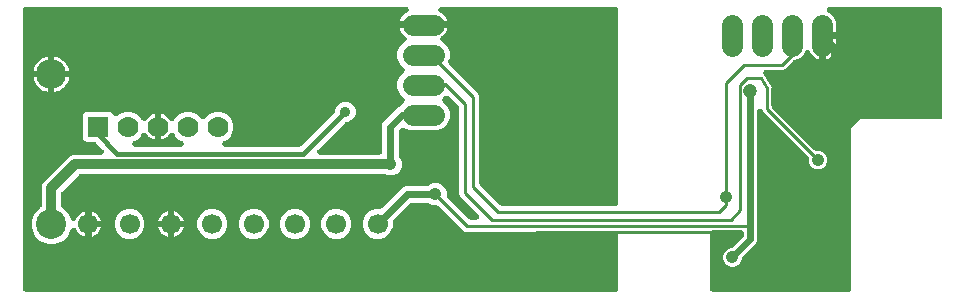
<source format=gbr>
G04 EAGLE Gerber RS-274X export*
G75*
%MOMM*%
%FSLAX34Y34*%
%LPD*%
%INBottom Copper*%
%IPPOS*%
%AMOC8*
5,1,8,0,0,1.08239X$1,22.5*%
G01*
%ADD10R,1.778000X1.778000*%
%ADD11C,1.778000*%
%ADD12C,1.800000*%
%ADD13C,2.540000*%
%ADD14C,1.700000*%
%ADD15C,1.056400*%
%ADD16C,0.609600*%
%ADD17C,0.956400*%
%ADD18C,0.254000*%
%ADD19C,0.812800*%
%ADD20C,1.206400*%
%ADD21C,0.304800*%
%ADD22C,0.906400*%
%ADD23C,0.406400*%

G36*
X508035Y6354D02*
X508035Y6354D01*
X508069Y6352D01*
X508258Y6374D01*
X508449Y6391D01*
X508482Y6400D01*
X508516Y6404D01*
X508699Y6459D01*
X508883Y6509D01*
X508914Y6524D01*
X508947Y6534D01*
X509118Y6621D01*
X509290Y6703D01*
X509318Y6723D01*
X509349Y6738D01*
X509501Y6854D01*
X509656Y6965D01*
X509680Y6990D01*
X509707Y7010D01*
X509836Y7150D01*
X509970Y7287D01*
X509989Y7316D01*
X510013Y7342D01*
X510115Y7503D01*
X510222Y7660D01*
X510236Y7692D01*
X510254Y7721D01*
X510327Y7898D01*
X510404Y8072D01*
X510412Y8106D01*
X510425Y8138D01*
X510465Y8325D01*
X510511Y8510D01*
X510513Y8544D01*
X510520Y8578D01*
X510539Y8890D01*
X510539Y54356D01*
X510536Y54391D01*
X510538Y54425D01*
X510516Y54614D01*
X510499Y54805D01*
X510490Y54838D01*
X510486Y54872D01*
X510431Y55055D01*
X510381Y55239D01*
X510366Y55270D01*
X510356Y55303D01*
X510269Y55474D01*
X510187Y55646D01*
X510167Y55674D01*
X510152Y55705D01*
X510036Y55857D01*
X509925Y56012D01*
X509900Y56036D01*
X509880Y56063D01*
X509740Y56192D01*
X509603Y56326D01*
X509574Y56345D01*
X509548Y56369D01*
X509387Y56471D01*
X509230Y56578D01*
X509198Y56592D01*
X509169Y56610D01*
X508992Y56683D01*
X508818Y56760D01*
X508784Y56768D01*
X508752Y56781D01*
X508565Y56821D01*
X508380Y56867D01*
X508346Y56869D01*
X508312Y56876D01*
X508000Y56895D01*
X381209Y56895D01*
X379248Y57707D01*
X358146Y78810D01*
X358020Y78915D01*
X357899Y79027D01*
X357847Y79059D01*
X357801Y79098D01*
X357658Y79180D01*
X357519Y79268D01*
X357463Y79292D01*
X357410Y79322D01*
X357255Y79377D01*
X357103Y79439D01*
X357043Y79452D01*
X356985Y79473D01*
X356823Y79499D01*
X356662Y79534D01*
X356585Y79539D01*
X356541Y79546D01*
X356480Y79545D01*
X356350Y79553D01*
X353741Y79553D01*
X350306Y80976D01*
X350238Y81043D01*
X350112Y81149D01*
X349991Y81261D01*
X349940Y81293D01*
X349893Y81332D01*
X349750Y81414D01*
X349611Y81502D01*
X349555Y81526D01*
X349502Y81556D01*
X349347Y81611D01*
X349195Y81673D01*
X349135Y81686D01*
X349078Y81707D01*
X348916Y81733D01*
X348755Y81768D01*
X348677Y81773D01*
X348633Y81780D01*
X348573Y81779D01*
X348443Y81787D01*
X335778Y81787D01*
X335614Y81773D01*
X335450Y81766D01*
X335390Y81753D01*
X335329Y81747D01*
X335171Y81704D01*
X335010Y81668D01*
X334954Y81645D01*
X334895Y81629D01*
X334747Y81558D01*
X334595Y81495D01*
X334543Y81462D01*
X334488Y81435D01*
X334355Y81340D01*
X334217Y81250D01*
X334159Y81199D01*
X334122Y81173D01*
X334080Y81130D01*
X333982Y81044D01*
X319958Y67020D01*
X319853Y66893D01*
X319741Y66772D01*
X319709Y66721D01*
X319670Y66674D01*
X319588Y66531D01*
X319500Y66393D01*
X319476Y66336D01*
X319446Y66283D01*
X319391Y66128D01*
X319329Y65976D01*
X319316Y65916D01*
X319295Y65859D01*
X319269Y65697D01*
X319234Y65536D01*
X319229Y65459D01*
X319222Y65415D01*
X319223Y65354D01*
X319215Y65224D01*
X319215Y61271D01*
X317302Y56653D01*
X313767Y53118D01*
X309149Y51205D01*
X304151Y51205D01*
X299533Y53118D01*
X295998Y56653D01*
X294085Y61271D01*
X294085Y66269D01*
X295998Y70887D01*
X299533Y74422D01*
X304151Y76335D01*
X308104Y76335D01*
X308268Y76349D01*
X308432Y76356D01*
X308492Y76369D01*
X308553Y76375D01*
X308711Y76418D01*
X308872Y76454D01*
X308928Y76477D01*
X308987Y76493D01*
X309135Y76564D01*
X309287Y76627D01*
X309339Y76660D01*
X309394Y76687D01*
X309527Y76782D01*
X309665Y76872D01*
X309723Y76923D01*
X309760Y76949D01*
X309802Y76992D01*
X309900Y77078D01*
X327751Y94930D01*
X330365Y96013D01*
X348443Y96013D01*
X348607Y96027D01*
X348771Y96034D01*
X348830Y96047D01*
X348891Y96053D01*
X349050Y96096D01*
X349210Y96132D01*
X349267Y96155D01*
X349326Y96171D01*
X349474Y96242D01*
X349626Y96305D01*
X349677Y96338D01*
X349732Y96365D01*
X349866Y96460D01*
X350004Y96550D01*
X350062Y96601D01*
X350098Y96627D01*
X350141Y96670D01*
X350238Y96757D01*
X350306Y96824D01*
X353741Y98247D01*
X357459Y98247D01*
X360894Y96824D01*
X363524Y94194D01*
X364947Y90759D01*
X364947Y88150D01*
X364961Y87986D01*
X364968Y87821D01*
X364981Y87762D01*
X364987Y87701D01*
X365030Y87542D01*
X365066Y87382D01*
X365089Y87325D01*
X365105Y87267D01*
X365176Y87119D01*
X365239Y86966D01*
X365272Y86915D01*
X365299Y86860D01*
X365394Y86727D01*
X365484Y86588D01*
X365535Y86530D01*
X365561Y86494D01*
X365604Y86451D01*
X365690Y86354D01*
X383736Y68308D01*
X383862Y68203D01*
X383983Y68091D01*
X384035Y68059D01*
X384081Y68020D01*
X384224Y67938D01*
X384363Y67850D01*
X384419Y67826D01*
X384472Y67796D01*
X384627Y67741D01*
X384779Y67679D01*
X384839Y67666D01*
X384897Y67645D01*
X385059Y67619D01*
X385220Y67584D01*
X385297Y67579D01*
X385341Y67572D01*
X385402Y67573D01*
X385532Y67565D01*
X390185Y67565D01*
X390314Y67576D01*
X390444Y67578D01*
X390538Y67596D01*
X390633Y67605D01*
X390758Y67639D01*
X390886Y67664D01*
X390975Y67698D01*
X391067Y67723D01*
X391185Y67779D01*
X391306Y67826D01*
X391388Y67876D01*
X391474Y67917D01*
X391580Y67992D01*
X391691Y68060D01*
X391762Y68123D01*
X391840Y68179D01*
X391931Y68272D01*
X392028Y68358D01*
X392087Y68433D01*
X392154Y68501D01*
X392227Y68609D01*
X392308Y68711D01*
X392353Y68795D01*
X392406Y68874D01*
X392459Y68993D01*
X392520Y69108D01*
X392550Y69199D01*
X392589Y69286D01*
X392619Y69413D01*
X392659Y69536D01*
X392673Y69631D01*
X392695Y69724D01*
X392703Y69853D01*
X392721Y69982D01*
X392717Y70078D01*
X392723Y70173D01*
X392708Y70302D01*
X392703Y70432D01*
X392682Y70525D01*
X392671Y70620D01*
X392633Y70745D01*
X392605Y70872D01*
X392568Y70960D01*
X392540Y71051D01*
X392482Y71167D01*
X392431Y71287D01*
X392379Y71368D01*
X392336Y71453D01*
X392258Y71556D01*
X392187Y71665D01*
X392101Y71763D01*
X392064Y71811D01*
X392031Y71842D01*
X391980Y71900D01*
X378335Y85544D01*
X376477Y87402D01*
X375665Y89363D01*
X375665Y161838D01*
X375651Y162002D01*
X375644Y162167D01*
X375631Y162226D01*
X375625Y162287D01*
X375582Y162445D01*
X375546Y162606D01*
X375523Y162663D01*
X375507Y162721D01*
X375436Y162869D01*
X375373Y163022D01*
X375340Y163073D01*
X375313Y163128D01*
X375218Y163261D01*
X375128Y163400D01*
X375077Y163458D01*
X375051Y163494D01*
X375008Y163537D01*
X374922Y163634D01*
X366726Y171829D01*
X366700Y171851D01*
X366677Y171877D01*
X366527Y171996D01*
X366381Y172118D01*
X366351Y172135D01*
X366324Y172157D01*
X366156Y172247D01*
X365990Y172341D01*
X365957Y172353D01*
X365927Y172369D01*
X365746Y172428D01*
X365566Y172492D01*
X365532Y172498D01*
X365499Y172509D01*
X365310Y172535D01*
X365122Y172566D01*
X365087Y172565D01*
X365053Y172570D01*
X364862Y172562D01*
X364671Y172560D01*
X364637Y172553D01*
X364603Y172552D01*
X364417Y172510D01*
X364229Y172474D01*
X364197Y172461D01*
X364163Y172454D01*
X363987Y172380D01*
X363809Y172312D01*
X363780Y172294D01*
X363748Y172280D01*
X363588Y172177D01*
X363425Y172078D01*
X363399Y172055D01*
X363370Y172036D01*
X363135Y171829D01*
X362012Y170705D01*
X361990Y170679D01*
X361964Y170656D01*
X361845Y170506D01*
X361723Y170360D01*
X361706Y170330D01*
X361684Y170303D01*
X361594Y170135D01*
X361500Y169969D01*
X361488Y169937D01*
X361472Y169906D01*
X361413Y169725D01*
X361349Y169545D01*
X361343Y169511D01*
X361332Y169478D01*
X361306Y169289D01*
X361275Y169101D01*
X361276Y169066D01*
X361271Y169032D01*
X361279Y168841D01*
X361281Y168650D01*
X361288Y168617D01*
X361289Y168582D01*
X361331Y168396D01*
X361367Y168208D01*
X361379Y168176D01*
X361387Y168142D01*
X361460Y167967D01*
X361529Y167788D01*
X361547Y167759D01*
X361561Y167727D01*
X361664Y167567D01*
X361763Y167404D01*
X361786Y167378D01*
X361805Y167349D01*
X361972Y167160D01*
X361975Y167155D01*
X361978Y167152D01*
X362012Y167114D01*
X365516Y163611D01*
X367505Y158809D01*
X367505Y153611D01*
X365516Y148809D01*
X361841Y145134D01*
X357039Y143145D01*
X333841Y143145D01*
X328913Y145187D01*
X328711Y145250D01*
X328509Y145316D01*
X328495Y145318D01*
X328483Y145322D01*
X328273Y145348D01*
X328063Y145377D01*
X328049Y145377D01*
X328036Y145378D01*
X327824Y145367D01*
X327613Y145359D01*
X327600Y145356D01*
X327587Y145355D01*
X327380Y145307D01*
X327173Y145261D01*
X327161Y145256D01*
X327148Y145253D01*
X326954Y145169D01*
X326758Y145088D01*
X326747Y145080D01*
X326734Y145075D01*
X326557Y144958D01*
X326379Y144843D01*
X326368Y144833D01*
X326359Y144827D01*
X326330Y144800D01*
X326145Y144636D01*
X325356Y143848D01*
X325251Y143721D01*
X325139Y143600D01*
X325107Y143549D01*
X325068Y143502D01*
X324986Y143359D01*
X324898Y143221D01*
X324874Y143164D01*
X324844Y143111D01*
X324789Y142956D01*
X324727Y142804D01*
X324714Y142744D01*
X324693Y142687D01*
X324667Y142525D01*
X324632Y142364D01*
X324627Y142287D01*
X324620Y142243D01*
X324621Y142182D01*
X324613Y142052D01*
X324613Y121457D01*
X324627Y121294D01*
X324634Y121129D01*
X324647Y121070D01*
X324653Y121009D01*
X324696Y120850D01*
X324732Y120690D01*
X324755Y120633D01*
X324771Y120574D01*
X324842Y120426D01*
X324905Y120274D01*
X324938Y120223D01*
X324965Y120168D01*
X325060Y120034D01*
X325150Y119896D01*
X325201Y119838D01*
X325227Y119802D01*
X325270Y119759D01*
X325356Y119662D01*
X325424Y119594D01*
X326847Y116159D01*
X326847Y112441D01*
X325424Y109006D01*
X322794Y106376D01*
X319359Y104953D01*
X315641Y104953D01*
X313167Y105978D01*
X313055Y106013D01*
X312947Y106057D01*
X312841Y106080D01*
X312737Y106113D01*
X312621Y106127D01*
X312507Y106152D01*
X312353Y106162D01*
X312291Y106169D01*
X312254Y106168D01*
X312195Y106171D01*
X55219Y106171D01*
X55055Y106157D01*
X54891Y106150D01*
X54831Y106137D01*
X54770Y106131D01*
X54611Y106088D01*
X54451Y106052D01*
X54395Y106029D01*
X54336Y106013D01*
X54188Y105942D01*
X54036Y105879D01*
X53984Y105846D01*
X53929Y105819D01*
X53796Y105724D01*
X53657Y105634D01*
X53600Y105583D01*
X53563Y105557D01*
X53521Y105514D01*
X53423Y105428D01*
X39322Y91327D01*
X39217Y91200D01*
X39105Y91080D01*
X39073Y91028D01*
X39034Y90981D01*
X38952Y90839D01*
X38864Y90700D01*
X38840Y90643D01*
X38810Y90590D01*
X38755Y90436D01*
X38693Y90283D01*
X38680Y90224D01*
X38659Y90166D01*
X38633Y90004D01*
X38598Y89843D01*
X38593Y89766D01*
X38586Y89722D01*
X38587Y89661D01*
X38579Y89531D01*
X38579Y79976D01*
X38581Y79947D01*
X38580Y79920D01*
X38597Y79773D01*
X38598Y79764D01*
X38614Y79553D01*
X38617Y79541D01*
X38619Y79527D01*
X38630Y79484D01*
X38632Y79473D01*
X38650Y79413D01*
X38675Y79322D01*
X38728Y79118D01*
X38734Y79105D01*
X38737Y79093D01*
X38827Y78903D01*
X38917Y78709D01*
X38925Y78698D01*
X38931Y78686D01*
X39054Y78514D01*
X39176Y78340D01*
X39185Y78331D01*
X39193Y78320D01*
X39345Y78171D01*
X39495Y78023D01*
X39506Y78015D01*
X39515Y78006D01*
X39691Y77887D01*
X39865Y77767D01*
X39880Y77760D01*
X39888Y77754D01*
X39918Y77741D01*
X44662Y72996D01*
X46724Y68020D01*
X46738Y67993D01*
X46747Y67965D01*
X46842Y67794D01*
X46932Y67621D01*
X46951Y67597D01*
X46965Y67571D01*
X47089Y67419D01*
X47208Y67265D01*
X47230Y67245D01*
X47250Y67221D01*
X47398Y67094D01*
X47542Y66964D01*
X47568Y66948D01*
X47591Y66928D01*
X47759Y66829D01*
X47924Y66726D01*
X47953Y66715D01*
X47979Y66699D01*
X48161Y66631D01*
X48343Y66559D01*
X48372Y66553D01*
X48401Y66542D01*
X48593Y66508D01*
X48784Y66469D01*
X48814Y66468D01*
X48844Y66463D01*
X49039Y66463D01*
X49234Y66458D01*
X49264Y66463D01*
X49294Y66463D01*
X49485Y66497D01*
X49679Y66527D01*
X49708Y66537D01*
X49738Y66542D01*
X49920Y66610D01*
X50105Y66673D01*
X50131Y66688D01*
X50160Y66699D01*
X50328Y66798D01*
X50498Y66893D01*
X50522Y66912D01*
X50548Y66927D01*
X50695Y67054D01*
X50846Y67178D01*
X50866Y67201D01*
X50889Y67221D01*
X51012Y67372D01*
X51139Y67520D01*
X51154Y67546D01*
X51173Y67570D01*
X51332Y67839D01*
X52207Y69557D01*
X53228Y70962D01*
X54458Y72192D01*
X55863Y73213D01*
X57412Y74002D01*
X58901Y74486D01*
X58901Y63980D01*
X58904Y63946D01*
X58902Y63911D01*
X58915Y63795D01*
X58901Y63560D01*
X58901Y53054D01*
X57412Y53538D01*
X55863Y54327D01*
X54458Y55348D01*
X53228Y56578D01*
X52207Y57983D01*
X51455Y59459D01*
X51439Y59484D01*
X51427Y59512D01*
X51320Y59675D01*
X51216Y59840D01*
X51196Y59863D01*
X51179Y59888D01*
X51045Y60029D01*
X50914Y60173D01*
X50889Y60192D01*
X50868Y60214D01*
X50711Y60329D01*
X50557Y60448D01*
X50530Y60462D01*
X50505Y60480D01*
X50330Y60565D01*
X50157Y60655D01*
X50128Y60664D01*
X50101Y60677D01*
X49913Y60730D01*
X49727Y60788D01*
X49696Y60792D01*
X49667Y60800D01*
X49473Y60820D01*
X49280Y60844D01*
X49250Y60842D01*
X49219Y60845D01*
X49025Y60830D01*
X48830Y60819D01*
X48801Y60812D01*
X48770Y60810D01*
X48582Y60760D01*
X48392Y60715D01*
X48364Y60703D01*
X48335Y60696D01*
X48158Y60614D01*
X47979Y60536D01*
X47954Y60519D01*
X47926Y60507D01*
X47767Y60395D01*
X47604Y60287D01*
X47582Y60266D01*
X47557Y60248D01*
X47421Y60110D01*
X47279Y59975D01*
X47261Y59950D01*
X47240Y59929D01*
X47129Y59769D01*
X47015Y59611D01*
X47001Y59583D01*
X46984Y59558D01*
X46847Y59278D01*
X44662Y54004D01*
X39946Y49288D01*
X33785Y46735D01*
X27115Y46735D01*
X20954Y49288D01*
X16238Y54004D01*
X13685Y60165D01*
X13685Y66835D01*
X16238Y72996D01*
X20997Y77756D01*
X21131Y77824D01*
X21141Y77832D01*
X21153Y77838D01*
X21320Y77968D01*
X21489Y78096D01*
X21498Y78106D01*
X21509Y78114D01*
X21651Y78272D01*
X21795Y78427D01*
X21802Y78438D01*
X21810Y78448D01*
X21922Y78627D01*
X22036Y78807D01*
X22041Y78819D01*
X22048Y78831D01*
X22126Y79027D01*
X22184Y79166D01*
X22186Y79171D01*
X22186Y79172D01*
X22207Y79224D01*
X22210Y79236D01*
X22215Y79249D01*
X22257Y79454D01*
X22272Y79524D01*
X22293Y79609D01*
X22294Y79624D01*
X22302Y79664D01*
X22303Y79680D01*
X22305Y79690D01*
X22306Y79729D01*
X22321Y79976D01*
X22321Y95567D01*
X23559Y98555D01*
X46195Y121191D01*
X49183Y122429D01*
X72369Y122429D01*
X72499Y122440D01*
X72628Y122442D01*
X72722Y122460D01*
X72817Y122469D01*
X72943Y122503D01*
X73071Y122528D01*
X73160Y122562D01*
X73252Y122587D01*
X73369Y122643D01*
X73491Y122690D01*
X73572Y122740D01*
X73658Y122781D01*
X73764Y122856D01*
X73875Y122924D01*
X73947Y122987D01*
X74025Y123043D01*
X74115Y123136D01*
X74213Y123222D01*
X74272Y123297D01*
X74339Y123365D01*
X74411Y123473D01*
X74492Y123575D01*
X74537Y123659D01*
X74591Y123738D01*
X74643Y123857D01*
X74705Y123972D01*
X74734Y124063D01*
X74773Y124150D01*
X74804Y124277D01*
X74844Y124400D01*
X74857Y124495D01*
X74880Y124588D01*
X74888Y124717D01*
X74905Y124846D01*
X74901Y124942D01*
X74907Y125037D01*
X74892Y125166D01*
X74887Y125296D01*
X74866Y125389D01*
X74855Y125484D01*
X74817Y125609D01*
X74789Y125736D01*
X74753Y125824D01*
X74725Y125915D01*
X74666Y126031D01*
X74616Y126151D01*
X74564Y126231D01*
X74520Y126317D01*
X74442Y126420D01*
X74371Y126529D01*
X74285Y126627D01*
X74248Y126675D01*
X74216Y126706D01*
X74164Y126764D01*
X68576Y132352D01*
X68450Y132457D01*
X68329Y132569D01*
X68278Y132601D01*
X68231Y132640D01*
X68088Y132722D01*
X67950Y132810D01*
X67893Y132834D01*
X67840Y132864D01*
X67685Y132919D01*
X67533Y132981D01*
X67473Y132994D01*
X67416Y133015D01*
X67253Y133041D01*
X67093Y133076D01*
X67016Y133081D01*
X66972Y133088D01*
X66911Y133087D01*
X66781Y133095D01*
X60151Y133095D01*
X58658Y133714D01*
X57514Y134858D01*
X56895Y136351D01*
X56895Y155749D01*
X57514Y157242D01*
X58658Y158386D01*
X60151Y159005D01*
X79549Y159005D01*
X81042Y158386D01*
X82186Y157242D01*
X82470Y156556D01*
X82508Y156483D01*
X82538Y156406D01*
X82612Y156284D01*
X82679Y156157D01*
X82729Y156092D01*
X82772Y156022D01*
X82867Y155914D01*
X82954Y155801D01*
X83016Y155746D01*
X83070Y155684D01*
X83182Y155595D01*
X83289Y155499D01*
X83359Y155456D01*
X83423Y155405D01*
X83549Y155337D01*
X83671Y155262D01*
X83748Y155231D01*
X83820Y155192D01*
X83956Y155148D01*
X84089Y155095D01*
X84170Y155078D01*
X84248Y155053D01*
X84390Y155033D01*
X84530Y155005D01*
X84613Y155003D01*
X84694Y154992D01*
X84838Y154997D01*
X84981Y154994D01*
X85062Y155007D01*
X85144Y155010D01*
X85284Y155041D01*
X85426Y155063D01*
X85503Y155090D01*
X85584Y155108D01*
X85716Y155163D01*
X85851Y155209D01*
X85923Y155249D01*
X85999Y155281D01*
X86120Y155359D01*
X86245Y155429D01*
X86308Y155481D01*
X86378Y155525D01*
X86562Y155689D01*
X86593Y155714D01*
X86600Y155722D01*
X86612Y155732D01*
X87912Y157032D01*
X92673Y159005D01*
X97827Y159005D01*
X102588Y157033D01*
X106232Y153388D01*
X106538Y152651D01*
X106564Y152601D01*
X106583Y152548D01*
X106665Y152407D01*
X106730Y152279D01*
X106737Y152270D01*
X106746Y152252D01*
X106781Y152207D01*
X106809Y152158D01*
X106919Y152029D01*
X106952Y151986D01*
X107002Y151920D01*
X107006Y151916D01*
X107022Y151896D01*
X107064Y151858D01*
X107101Y151815D01*
X107231Y151707D01*
X107332Y151616D01*
X107334Y151615D01*
X107356Y151594D01*
X107404Y151564D01*
X107448Y151528D01*
X107595Y151445D01*
X107739Y151356D01*
X107791Y151335D01*
X107840Y151308D01*
X108000Y151252D01*
X108157Y151190D01*
X108212Y151178D01*
X108266Y151160D01*
X108433Y151133D01*
X108598Y151099D01*
X108655Y151098D01*
X108710Y151089D01*
X108824Y151092D01*
X108882Y151088D01*
X108887Y151088D01*
X108927Y151091D01*
X109048Y151089D01*
X109104Y151097D01*
X109160Y151098D01*
X109285Y151123D01*
X109336Y151128D01*
X109380Y151140D01*
X109493Y151157D01*
X109547Y151176D01*
X109602Y151187D01*
X109714Y151231D01*
X109770Y151246D01*
X109818Y151269D01*
X109919Y151304D01*
X109968Y151331D01*
X110021Y151352D01*
X110117Y151411D01*
X110177Y151440D01*
X110226Y151475D01*
X110312Y151523D01*
X110356Y151559D01*
X110404Y151588D01*
X110481Y151658D01*
X110543Y151702D01*
X110591Y151752D01*
X110661Y151808D01*
X110697Y151851D01*
X110739Y151889D01*
X110819Y151986D01*
X110857Y152025D01*
X110883Y152063D01*
X110938Y152130D01*
X111931Y153497D01*
X113203Y154769D01*
X114659Y155826D01*
X116262Y156643D01*
X117973Y157199D01*
X118111Y157221D01*
X118111Y146050D01*
X118111Y134879D01*
X117973Y134901D01*
X116262Y135457D01*
X114659Y136274D01*
X113203Y137331D01*
X111931Y138603D01*
X110938Y139970D01*
X110901Y140013D01*
X110870Y140060D01*
X110754Y140182D01*
X110642Y140309D01*
X110598Y140345D01*
X110559Y140386D01*
X110423Y140485D01*
X110291Y140591D01*
X110242Y140618D01*
X110196Y140651D01*
X110044Y140725D01*
X109896Y140806D01*
X109842Y140824D01*
X109791Y140849D01*
X109629Y140895D01*
X109468Y140949D01*
X109413Y140957D01*
X109358Y140972D01*
X109190Y140989D01*
X109023Y141013D01*
X108967Y141011D01*
X108910Y141017D01*
X108742Y141003D01*
X108573Y140998D01*
X108518Y140986D01*
X108461Y140981D01*
X108298Y140939D01*
X108133Y140903D01*
X108080Y140882D01*
X108026Y140867D01*
X107872Y140796D01*
X107716Y140732D01*
X107668Y140702D01*
X107617Y140678D01*
X107479Y140581D01*
X107336Y140490D01*
X107295Y140452D01*
X107248Y140420D01*
X107129Y140300D01*
X107005Y140185D01*
X106971Y140140D01*
X106931Y140100D01*
X106835Y139961D01*
X106733Y139827D01*
X106707Y139776D01*
X106675Y139730D01*
X106538Y139449D01*
X106232Y138712D01*
X102588Y135067D01*
X100426Y134172D01*
X100268Y134089D01*
X100108Y134013D01*
X100070Y133986D01*
X100027Y133963D01*
X99886Y133854D01*
X99742Y133751D01*
X99709Y133717D01*
X99671Y133688D01*
X99552Y133556D01*
X99428Y133429D01*
X99401Y133389D01*
X99369Y133353D01*
X99276Y133203D01*
X99176Y133056D01*
X99157Y133012D01*
X99132Y132971D01*
X99066Y132806D01*
X98994Y132644D01*
X98983Y132597D01*
X98965Y132553D01*
X98929Y132379D01*
X98887Y132206D01*
X98884Y132159D01*
X98875Y132112D01*
X98870Y131934D01*
X98860Y131757D01*
X98865Y131709D01*
X98864Y131662D01*
X98891Y131486D01*
X98912Y131310D01*
X98926Y131264D01*
X98933Y131217D01*
X98991Y131049D01*
X99042Y130879D01*
X99064Y130836D01*
X99079Y130791D01*
X99166Y130636D01*
X99246Y130477D01*
X99275Y130439D01*
X99299Y130398D01*
X99411Y130260D01*
X99518Y130119D01*
X99554Y130086D01*
X99584Y130049D01*
X99719Y129934D01*
X99849Y129813D01*
X99890Y129788D01*
X99926Y129757D01*
X100079Y129667D01*
X100229Y129572D01*
X100274Y129553D01*
X100315Y129529D01*
X100481Y129468D01*
X100646Y129401D01*
X100693Y129391D01*
X100737Y129374D01*
X100912Y129343D01*
X101086Y129306D01*
X101145Y129302D01*
X101181Y129296D01*
X101244Y129296D01*
X101398Y129287D01*
X139902Y129287D01*
X140079Y129302D01*
X140256Y129312D01*
X140303Y129322D01*
X140351Y129327D01*
X140522Y129373D01*
X140695Y129414D01*
X140739Y129433D01*
X140785Y129445D01*
X140945Y129521D01*
X141109Y129592D01*
X141148Y129618D01*
X141192Y129639D01*
X141336Y129742D01*
X141484Y129840D01*
X141519Y129873D01*
X141558Y129901D01*
X141682Y130028D01*
X141810Y130151D01*
X141838Y130189D01*
X141872Y130223D01*
X141971Y130371D01*
X142076Y130514D01*
X142097Y130557D01*
X142124Y130596D01*
X142196Y130759D01*
X142274Y130918D01*
X142287Y130964D01*
X142306Y131008D01*
X142348Y131181D01*
X142397Y131352D01*
X142401Y131399D01*
X142413Y131446D01*
X142424Y131623D01*
X142441Y131800D01*
X142437Y131847D01*
X142440Y131895D01*
X142420Y132072D01*
X142406Y132249D01*
X142394Y132295D01*
X142388Y132342D01*
X142337Y132513D01*
X142292Y132684D01*
X142272Y132727D01*
X142258Y132773D01*
X142177Y132932D01*
X142103Y133093D01*
X142075Y133132D01*
X142054Y133175D01*
X141946Y133316D01*
X141844Y133462D01*
X141811Y133495D01*
X141782Y133533D01*
X141651Y133654D01*
X141525Y133779D01*
X141486Y133806D01*
X141451Y133838D01*
X141301Y133934D01*
X141155Y134035D01*
X141101Y134061D01*
X141071Y134080D01*
X141012Y134104D01*
X140874Y134172D01*
X138712Y135067D01*
X135068Y138712D01*
X134762Y139449D01*
X134736Y139499D01*
X134717Y139552D01*
X134632Y139698D01*
X134554Y139848D01*
X134519Y139893D01*
X134491Y139942D01*
X134381Y140071D01*
X134278Y140204D01*
X134236Y140242D01*
X134199Y140285D01*
X134069Y140393D01*
X133944Y140506D01*
X133896Y140536D01*
X133852Y140572D01*
X133705Y140655D01*
X133561Y140744D01*
X133509Y140765D01*
X133460Y140792D01*
X133300Y140848D01*
X133143Y140910D01*
X133088Y140922D01*
X133034Y140940D01*
X132867Y140967D01*
X132702Y141001D01*
X132645Y141002D01*
X132590Y141011D01*
X132421Y141007D01*
X132252Y141011D01*
X132196Y141003D01*
X132140Y141002D01*
X131974Y140968D01*
X131807Y140943D01*
X131753Y140924D01*
X131698Y140913D01*
X131541Y140851D01*
X131381Y140796D01*
X131332Y140769D01*
X131279Y140748D01*
X131135Y140659D01*
X130988Y140577D01*
X130944Y140541D01*
X130896Y140512D01*
X130770Y140398D01*
X130639Y140292D01*
X130603Y140249D01*
X130561Y140211D01*
X130362Y139970D01*
X129369Y138603D01*
X128097Y137331D01*
X126641Y136274D01*
X125038Y135457D01*
X123327Y134901D01*
X123189Y134879D01*
X123189Y146050D01*
X123189Y157221D01*
X123327Y157199D01*
X125038Y156643D01*
X126641Y155826D01*
X128097Y154769D01*
X129369Y153497D01*
X130362Y152130D01*
X130399Y152087D01*
X130430Y152040D01*
X130488Y151980D01*
X130533Y151920D01*
X130594Y151864D01*
X130658Y151791D01*
X130702Y151755D01*
X130741Y151714D01*
X130815Y151660D01*
X130864Y151615D01*
X130926Y151576D01*
X131009Y151509D01*
X131058Y151482D01*
X131104Y151449D01*
X131195Y151404D01*
X131244Y151373D01*
X131303Y151349D01*
X131404Y151294D01*
X131458Y151276D01*
X131509Y151251D01*
X131614Y151221D01*
X131661Y151202D01*
X131715Y151190D01*
X131832Y151151D01*
X131887Y151143D01*
X131942Y151128D01*
X132058Y151116D01*
X132101Y151107D01*
X132166Y151103D01*
X132277Y151087D01*
X132333Y151089D01*
X132390Y151083D01*
X132558Y151097D01*
X132727Y151102D01*
X132782Y151114D01*
X132839Y151119D01*
X133002Y151161D01*
X133167Y151197D01*
X133220Y151218D01*
X133274Y151233D01*
X133428Y151304D01*
X133584Y151368D01*
X133632Y151398D01*
X133683Y151422D01*
X133821Y151519D01*
X133964Y151610D01*
X134005Y151648D01*
X134052Y151680D01*
X134072Y151701D01*
X134074Y151702D01*
X134094Y151723D01*
X134171Y151800D01*
X134295Y151915D01*
X134329Y151960D01*
X134369Y152000D01*
X134383Y152020D01*
X134388Y152025D01*
X134450Y152118D01*
X134465Y152139D01*
X134567Y152273D01*
X134593Y152324D01*
X134625Y152370D01*
X134635Y152391D01*
X134640Y152398D01*
X134653Y152427D01*
X134762Y152651D01*
X135068Y153388D01*
X138712Y157033D01*
X143473Y159005D01*
X148627Y159005D01*
X153388Y157032D01*
X156954Y153466D01*
X156981Y153444D01*
X157004Y153418D01*
X157153Y153300D01*
X157300Y153177D01*
X157330Y153160D01*
X157357Y153139D01*
X157525Y153049D01*
X157691Y152954D01*
X157723Y152942D01*
X157754Y152926D01*
X157935Y152867D01*
X158115Y152803D01*
X158149Y152798D01*
X158182Y152787D01*
X158371Y152761D01*
X158559Y152730D01*
X158594Y152730D01*
X158628Y152725D01*
X158819Y152733D01*
X159009Y152736D01*
X159044Y152742D01*
X159078Y152744D01*
X159264Y152785D01*
X159452Y152821D01*
X159484Y152834D01*
X159518Y152841D01*
X159694Y152915D01*
X159872Y152984D01*
X159901Y153002D01*
X159933Y153015D01*
X160094Y153119D01*
X160256Y153218D01*
X160282Y153241D01*
X160311Y153259D01*
X160546Y153466D01*
X164112Y157033D01*
X168873Y159005D01*
X174027Y159005D01*
X178788Y157033D01*
X182433Y153388D01*
X184405Y148627D01*
X184405Y143473D01*
X182433Y138712D01*
X178788Y135067D01*
X176626Y134172D01*
X176468Y134089D01*
X176308Y134013D01*
X176270Y133986D01*
X176227Y133963D01*
X176086Y133854D01*
X175942Y133751D01*
X175909Y133717D01*
X175871Y133688D01*
X175752Y133556D01*
X175628Y133429D01*
X175601Y133389D01*
X175569Y133353D01*
X175476Y133203D01*
X175376Y133056D01*
X175357Y133012D01*
X175332Y132971D01*
X175266Y132806D01*
X175194Y132644D01*
X175183Y132597D01*
X175165Y132553D01*
X175129Y132379D01*
X175087Y132206D01*
X175084Y132159D01*
X175075Y132112D01*
X175070Y131934D01*
X175060Y131757D01*
X175065Y131709D01*
X175064Y131662D01*
X175091Y131486D01*
X175112Y131310D01*
X175126Y131264D01*
X175133Y131217D01*
X175191Y131049D01*
X175242Y130879D01*
X175264Y130836D01*
X175279Y130791D01*
X175366Y130636D01*
X175446Y130477D01*
X175475Y130439D01*
X175499Y130398D01*
X175611Y130260D01*
X175718Y130119D01*
X175754Y130086D01*
X175784Y130049D01*
X175919Y129934D01*
X176049Y129813D01*
X176090Y129788D01*
X176126Y129757D01*
X176279Y129667D01*
X176429Y129572D01*
X176474Y129553D01*
X176515Y129529D01*
X176681Y129468D01*
X176846Y129401D01*
X176893Y129391D01*
X176937Y129374D01*
X177112Y129343D01*
X177286Y129306D01*
X177345Y129302D01*
X177381Y129296D01*
X177444Y129296D01*
X177598Y129287D01*
X240263Y129287D01*
X240427Y129301D01*
X240591Y129308D01*
X240651Y129321D01*
X240711Y129327D01*
X240870Y129370D01*
X241031Y129406D01*
X241087Y129429D01*
X241146Y129445D01*
X241294Y129516D01*
X241446Y129579D01*
X241497Y129612D01*
X241552Y129639D01*
X241686Y129734D01*
X241824Y129824D01*
X241882Y129875D01*
X241918Y129901D01*
X241961Y129944D01*
X242058Y130030D01*
X270060Y158032D01*
X270165Y158158D01*
X270277Y158279D01*
X270309Y158330D01*
X270348Y158377D01*
X270430Y158520D01*
X270518Y158658D01*
X270542Y158715D01*
X270572Y158768D01*
X270627Y158923D01*
X270689Y159075D01*
X270702Y159135D01*
X270723Y159192D01*
X270749Y159355D01*
X270784Y159515D01*
X270789Y159592D01*
X270796Y159636D01*
X270795Y159698D01*
X270803Y159827D01*
X270803Y160460D01*
X272112Y163620D01*
X274530Y166038D01*
X277690Y167347D01*
X281110Y167347D01*
X284270Y166038D01*
X286688Y163620D01*
X287997Y160460D01*
X287997Y157040D01*
X286688Y153880D01*
X284270Y151462D01*
X281110Y150153D01*
X280477Y150153D01*
X280313Y150139D01*
X280149Y150132D01*
X280089Y150119D01*
X280029Y150113D01*
X279870Y150070D01*
X279709Y150034D01*
X279653Y150011D01*
X279594Y149995D01*
X279446Y149924D01*
X279294Y149861D01*
X279243Y149828D01*
X279188Y149801D01*
X279054Y149706D01*
X278916Y149616D01*
X278858Y149565D01*
X278822Y149539D01*
X278779Y149496D01*
X278682Y149410D01*
X256036Y126764D01*
X255952Y126664D01*
X255861Y126571D01*
X255808Y126491D01*
X255747Y126418D01*
X255682Y126305D01*
X255609Y126198D01*
X255571Y126110D01*
X255523Y126027D01*
X255480Y125905D01*
X255427Y125786D01*
X255404Y125693D01*
X255372Y125603D01*
X255351Y125474D01*
X255320Y125348D01*
X255315Y125253D01*
X255299Y125159D01*
X255301Y125028D01*
X255293Y124899D01*
X255304Y124804D01*
X255305Y124708D01*
X255330Y124581D01*
X255345Y124452D01*
X255373Y124360D01*
X255391Y124266D01*
X255438Y124145D01*
X255475Y124021D01*
X255519Y123936D01*
X255553Y123846D01*
X255621Y123735D01*
X255680Y123619D01*
X255737Y123543D01*
X255787Y123462D01*
X255873Y123364D01*
X255952Y123261D01*
X256022Y123196D01*
X256085Y123124D01*
X256187Y123044D01*
X256283Y122955D01*
X256363Y122904D01*
X256438Y122845D01*
X256553Y122784D01*
X256662Y122714D01*
X256751Y122677D01*
X256835Y122632D01*
X256959Y122592D01*
X257079Y122543D01*
X257172Y122523D01*
X257263Y122493D01*
X257392Y122475D01*
X257519Y122448D01*
X257649Y122440D01*
X257709Y122432D01*
X257754Y122433D01*
X257831Y122429D01*
X307848Y122429D01*
X307883Y122432D01*
X307917Y122430D01*
X308106Y122452D01*
X308297Y122469D01*
X308330Y122478D01*
X308364Y122482D01*
X308547Y122537D01*
X308731Y122587D01*
X308762Y122602D01*
X308795Y122612D01*
X308966Y122699D01*
X309138Y122781D01*
X309166Y122801D01*
X309197Y122816D01*
X309349Y122932D01*
X309504Y123043D01*
X309528Y123068D01*
X309555Y123088D01*
X309684Y123228D01*
X309818Y123365D01*
X309837Y123394D01*
X309861Y123420D01*
X309963Y123581D01*
X310070Y123738D01*
X310084Y123770D01*
X310102Y123799D01*
X310175Y123976D01*
X310252Y124150D01*
X310260Y124184D01*
X310273Y124216D01*
X310313Y124403D01*
X310359Y124588D01*
X310361Y124622D01*
X310368Y124656D01*
X310387Y124968D01*
X310387Y147465D01*
X311470Y150079D01*
X323631Y162240D01*
X324066Y162420D01*
X324212Y162496D01*
X324361Y162565D01*
X324411Y162600D01*
X324465Y162629D01*
X324595Y162729D01*
X324730Y162824D01*
X324773Y162867D01*
X324821Y162904D01*
X324931Y163026D01*
X325047Y163143D01*
X325082Y163193D01*
X325123Y163239D01*
X325210Y163378D01*
X325303Y163514D01*
X325337Y163583D01*
X325338Y163584D01*
X328868Y167114D01*
X328890Y167141D01*
X328916Y167164D01*
X328981Y167246D01*
X328995Y167260D01*
X329010Y167283D01*
X329035Y167313D01*
X329157Y167460D01*
X329174Y167490D01*
X329196Y167517D01*
X329286Y167685D01*
X329380Y167851D01*
X329392Y167883D01*
X329408Y167914D01*
X329467Y168095D01*
X329531Y168275D01*
X329537Y168309D01*
X329548Y168342D01*
X329574Y168531D01*
X329605Y168719D01*
X329604Y168754D01*
X329609Y168788D01*
X329601Y168979D01*
X329599Y169169D01*
X329592Y169204D01*
X329591Y169238D01*
X329549Y169424D01*
X329513Y169612D01*
X329501Y169644D01*
X329493Y169678D01*
X329419Y169854D01*
X329351Y170032D01*
X329333Y170061D01*
X329319Y170093D01*
X329216Y170254D01*
X329117Y170416D01*
X329094Y170442D01*
X329075Y170471D01*
X328868Y170706D01*
X325364Y174209D01*
X323375Y179011D01*
X323375Y184209D01*
X325364Y189011D01*
X328868Y192514D01*
X328890Y192541D01*
X328916Y192564D01*
X328982Y192647D01*
X328987Y192653D01*
X328994Y192662D01*
X329035Y192713D01*
X329157Y192860D01*
X329174Y192890D01*
X329196Y192917D01*
X329286Y193085D01*
X329380Y193251D01*
X329392Y193283D01*
X329408Y193314D01*
X329467Y193495D01*
X329531Y193675D01*
X329537Y193709D01*
X329548Y193742D01*
X329574Y193931D01*
X329605Y194119D01*
X329604Y194154D01*
X329609Y194188D01*
X329601Y194379D01*
X329599Y194569D01*
X329592Y194604D01*
X329591Y194638D01*
X329549Y194824D01*
X329513Y195012D01*
X329501Y195044D01*
X329493Y195078D01*
X329419Y195254D01*
X329351Y195432D01*
X329333Y195461D01*
X329319Y195493D01*
X329216Y195654D01*
X329117Y195816D01*
X329094Y195842D01*
X329075Y195871D01*
X328868Y196106D01*
X325364Y199609D01*
X323375Y204411D01*
X323375Y209609D01*
X325364Y214411D01*
X329039Y218086D01*
X329616Y218324D01*
X329666Y218351D01*
X329719Y218370D01*
X329865Y218455D01*
X330015Y218533D01*
X330059Y218567D01*
X330108Y218596D01*
X330237Y218705D01*
X330371Y218809D01*
X330408Y218850D01*
X330452Y218887D01*
X330559Y219018D01*
X330672Y219143D01*
X330702Y219191D01*
X330738Y219234D01*
X330821Y219382D01*
X330910Y219525D01*
X330931Y219578D01*
X330959Y219627D01*
X331014Y219786D01*
X331077Y219944D01*
X331088Y219999D01*
X331107Y220052D01*
X331133Y220219D01*
X331167Y220385D01*
X331168Y220441D01*
X331177Y220497D01*
X331174Y220666D01*
X331178Y220835D01*
X331169Y220891D01*
X331168Y220947D01*
X331135Y221112D01*
X331109Y221280D01*
X331091Y221333D01*
X331080Y221388D01*
X331018Y221545D01*
X330963Y221706D01*
X330935Y221755D01*
X330914Y221807D01*
X330826Y221951D01*
X330743Y222099D01*
X330708Y222143D01*
X330678Y222190D01*
X330565Y222316D01*
X330458Y222447D01*
X330415Y222484D01*
X330377Y222526D01*
X330136Y222725D01*
X328922Y223607D01*
X327637Y224892D01*
X326569Y226361D01*
X325745Y227980D01*
X325280Y229411D01*
X344980Y229411D01*
X345014Y229414D01*
X345049Y229412D01*
X345238Y229434D01*
X345428Y229451D01*
X345450Y229456D01*
X345520Y229439D01*
X345554Y229437D01*
X345588Y229430D01*
X345900Y229411D01*
X365600Y229411D01*
X365135Y227980D01*
X364311Y226361D01*
X363243Y224892D01*
X361958Y223607D01*
X360744Y222725D01*
X360701Y222688D01*
X360654Y222657D01*
X360532Y222540D01*
X360404Y222429D01*
X360369Y222385D01*
X360328Y222346D01*
X360228Y222210D01*
X360122Y222078D01*
X360095Y222028D01*
X360062Y221983D01*
X359988Y221831D01*
X359907Y221682D01*
X359889Y221629D01*
X359865Y221578D01*
X359818Y221415D01*
X359765Y221255D01*
X359757Y221199D01*
X359742Y221145D01*
X359725Y220976D01*
X359701Y220809D01*
X359703Y220753D01*
X359697Y220697D01*
X359710Y220528D01*
X359716Y220359D01*
X359728Y220304D01*
X359732Y220248D01*
X359775Y220084D01*
X359811Y219919D01*
X359832Y219867D01*
X359846Y219812D01*
X359917Y219659D01*
X359981Y219502D01*
X360012Y219455D01*
X360035Y219404D01*
X360133Y219265D01*
X360223Y219123D01*
X360261Y219081D01*
X360294Y219035D01*
X360414Y218916D01*
X360528Y218791D01*
X360573Y218757D01*
X360613Y218718D01*
X360752Y218621D01*
X360887Y218519D01*
X360937Y218494D01*
X360984Y218462D01*
X361264Y218324D01*
X361841Y218086D01*
X365516Y214411D01*
X367505Y209609D01*
X367505Y204411D01*
X366522Y202039D01*
X366458Y201835D01*
X366393Y201635D01*
X366391Y201622D01*
X366387Y201609D01*
X366361Y201398D01*
X366332Y201189D01*
X366332Y201176D01*
X366331Y201163D01*
X366341Y200952D01*
X366350Y200739D01*
X366353Y200726D01*
X366354Y200713D01*
X366402Y200507D01*
X366448Y200300D01*
X366453Y200287D01*
X366456Y200275D01*
X366539Y200080D01*
X366621Y199884D01*
X366629Y199873D01*
X366634Y199861D01*
X366750Y199685D01*
X366866Y199506D01*
X366876Y199494D01*
X366882Y199485D01*
X366909Y199457D01*
X367073Y199272D01*
X391873Y174472D01*
X392685Y172511D01*
X392685Y98512D01*
X392699Y98348D01*
X392706Y98183D01*
X392719Y98124D01*
X392725Y98063D01*
X392768Y97904D01*
X392804Y97744D01*
X392827Y97687D01*
X392843Y97629D01*
X392914Y97481D01*
X392977Y97328D01*
X393010Y97277D01*
X393037Y97222D01*
X393132Y97089D01*
X393222Y96950D01*
X393273Y96892D01*
X393299Y96856D01*
X393342Y96813D01*
X393428Y96716D01*
X410406Y79738D01*
X410532Y79633D01*
X410653Y79521D01*
X410705Y79489D01*
X410751Y79450D01*
X410894Y79368D01*
X411033Y79280D01*
X411089Y79256D01*
X411142Y79226D01*
X411297Y79171D01*
X411449Y79109D01*
X411509Y79096D01*
X411567Y79075D01*
X411729Y79049D01*
X411890Y79014D01*
X411967Y79009D01*
X412011Y79002D01*
X412072Y79003D01*
X412202Y78995D01*
X508000Y78995D01*
X508035Y78998D01*
X508069Y78996D01*
X508258Y79018D01*
X508449Y79035D01*
X508482Y79044D01*
X508516Y79048D01*
X508699Y79103D01*
X508883Y79153D01*
X508914Y79168D01*
X508947Y79178D01*
X509118Y79265D01*
X509290Y79347D01*
X509318Y79367D01*
X509349Y79382D01*
X509501Y79498D01*
X509656Y79609D01*
X509680Y79633D01*
X509707Y79654D01*
X509837Y79795D01*
X509970Y79931D01*
X509989Y79960D01*
X510013Y79986D01*
X510115Y80147D01*
X510222Y80304D01*
X510236Y80336D01*
X510254Y80365D01*
X510327Y80542D01*
X510404Y80716D01*
X510412Y80750D01*
X510425Y80782D01*
X510465Y80969D01*
X510511Y81154D01*
X510513Y81188D01*
X510520Y81222D01*
X510539Y81534D01*
X510539Y245110D01*
X510536Y245145D01*
X510538Y245179D01*
X510516Y245368D01*
X510499Y245559D01*
X510490Y245592D01*
X510486Y245626D01*
X510431Y245809D01*
X510381Y245993D01*
X510366Y246024D01*
X510356Y246057D01*
X510269Y246228D01*
X510187Y246400D01*
X510167Y246428D01*
X510152Y246459D01*
X510036Y246611D01*
X509925Y246766D01*
X509900Y246790D01*
X509880Y246817D01*
X509739Y246946D01*
X509603Y247080D01*
X509574Y247099D01*
X509548Y247123D01*
X509387Y247225D01*
X509230Y247332D01*
X509198Y247346D01*
X509169Y247364D01*
X508992Y247437D01*
X508818Y247514D01*
X508784Y247522D01*
X508752Y247535D01*
X508565Y247575D01*
X508380Y247621D01*
X508346Y247623D01*
X508312Y247630D01*
X508000Y247649D01*
X360529Y247649D01*
X360451Y247642D01*
X360373Y247644D01*
X360227Y247622D01*
X360080Y247609D01*
X360005Y247589D01*
X359927Y247577D01*
X359788Y247530D01*
X359646Y247491D01*
X359575Y247457D01*
X359501Y247432D01*
X359372Y247361D01*
X359239Y247297D01*
X359176Y247252D01*
X359107Y247214D01*
X358993Y247121D01*
X358873Y247035D01*
X358818Y246979D01*
X358758Y246930D01*
X358662Y246818D01*
X358559Y246713D01*
X358515Y246648D01*
X358464Y246589D01*
X358389Y246462D01*
X358307Y246340D01*
X358275Y246268D01*
X358236Y246201D01*
X358184Y246063D01*
X358125Y245928D01*
X358106Y245852D01*
X358079Y245779D01*
X358053Y245633D01*
X358018Y245490D01*
X358013Y245412D01*
X357999Y245335D01*
X357999Y245188D01*
X357990Y245041D01*
X357999Y244963D01*
X357999Y244885D01*
X358025Y244740D01*
X358042Y244594D01*
X358065Y244519D01*
X358079Y244442D01*
X358130Y244304D01*
X358173Y244163D01*
X358208Y244093D01*
X358235Y244020D01*
X358310Y243893D01*
X358377Y243761D01*
X358424Y243699D01*
X358464Y243632D01*
X358560Y243520D01*
X358649Y243403D01*
X358707Y243350D01*
X358757Y243290D01*
X358872Y243198D01*
X358980Y243098D01*
X359046Y243055D01*
X359107Y243006D01*
X359334Y242872D01*
X359360Y242856D01*
X359367Y242853D01*
X359376Y242847D01*
X360489Y242281D01*
X361958Y241213D01*
X363243Y239928D01*
X364311Y238459D01*
X365135Y236840D01*
X365600Y235409D01*
X345900Y235409D01*
X345866Y235406D01*
X345831Y235408D01*
X345642Y235386D01*
X345452Y235369D01*
X345430Y235364D01*
X345360Y235381D01*
X345326Y235383D01*
X345292Y235390D01*
X344980Y235409D01*
X325280Y235409D01*
X325745Y236840D01*
X326569Y238459D01*
X327637Y239928D01*
X328922Y241213D01*
X330391Y242281D01*
X331504Y242848D01*
X331570Y242889D01*
X331641Y242923D01*
X331761Y243008D01*
X331886Y243087D01*
X331944Y243139D01*
X332007Y243185D01*
X332110Y243290D01*
X332219Y243389D01*
X332266Y243451D01*
X332321Y243507D01*
X332404Y243629D01*
X332493Y243746D01*
X332529Y243816D01*
X332573Y243880D01*
X332633Y244015D01*
X332701Y244146D01*
X332724Y244221D01*
X332755Y244292D01*
X332790Y244436D01*
X332834Y244576D01*
X332843Y244654D01*
X332862Y244730D01*
X332871Y244877D01*
X332889Y245023D01*
X332885Y245101D01*
X332890Y245179D01*
X332873Y245326D01*
X332865Y245473D01*
X332847Y245549D01*
X332838Y245626D01*
X332795Y245768D01*
X332761Y245911D01*
X332730Y245983D01*
X332707Y246057D01*
X332640Y246189D01*
X332582Y246324D01*
X332538Y246389D01*
X332503Y246459D01*
X332414Y246576D01*
X332332Y246699D01*
X332278Y246755D01*
X332231Y246817D01*
X332122Y246917D01*
X332020Y247024D01*
X331957Y247069D01*
X331900Y247123D01*
X331775Y247202D01*
X331656Y247288D01*
X331586Y247322D01*
X331520Y247364D01*
X331384Y247420D01*
X331251Y247485D01*
X331176Y247506D01*
X331103Y247535D01*
X330960Y247566D01*
X330817Y247606D01*
X330740Y247614D01*
X330663Y247630D01*
X330399Y247646D01*
X330369Y247649D01*
X330362Y247649D01*
X330351Y247649D01*
X8890Y247649D01*
X8855Y247646D01*
X8821Y247648D01*
X8632Y247626D01*
X8441Y247609D01*
X8408Y247600D01*
X8374Y247596D01*
X8191Y247541D01*
X8007Y247491D01*
X7976Y247476D01*
X7943Y247466D01*
X7772Y247379D01*
X7600Y247297D01*
X7572Y247277D01*
X7541Y247262D01*
X7389Y247146D01*
X7234Y247035D01*
X7210Y247010D01*
X7183Y246990D01*
X7054Y246850D01*
X6920Y246713D01*
X6901Y246684D01*
X6877Y246658D01*
X6775Y246497D01*
X6668Y246340D01*
X6654Y246308D01*
X6636Y246279D01*
X6563Y246102D01*
X6486Y245928D01*
X6478Y245894D01*
X6465Y245862D01*
X6425Y245675D01*
X6379Y245490D01*
X6377Y245456D01*
X6370Y245422D01*
X6351Y245110D01*
X6351Y8890D01*
X6354Y8855D01*
X6352Y8821D01*
X6374Y8632D01*
X6391Y8441D01*
X6400Y8408D01*
X6404Y8374D01*
X6459Y8191D01*
X6509Y8007D01*
X6524Y7976D01*
X6534Y7943D01*
X6621Y7772D01*
X6703Y7600D01*
X6723Y7572D01*
X6738Y7541D01*
X6854Y7389D01*
X6965Y7234D01*
X6990Y7210D01*
X7010Y7183D01*
X7150Y7054D01*
X7287Y6920D01*
X7316Y6901D01*
X7342Y6877D01*
X7503Y6775D01*
X7660Y6668D01*
X7692Y6654D01*
X7721Y6636D01*
X7898Y6563D01*
X8072Y6486D01*
X8106Y6478D01*
X8138Y6465D01*
X8325Y6425D01*
X8510Y6379D01*
X8544Y6377D01*
X8578Y6370D01*
X8890Y6351D01*
X508000Y6351D01*
X508035Y6354D01*
G37*
G36*
X704885Y6354D02*
X704885Y6354D01*
X704919Y6352D01*
X705108Y6374D01*
X705299Y6391D01*
X705332Y6400D01*
X705366Y6404D01*
X705549Y6459D01*
X705733Y6509D01*
X705764Y6524D01*
X705797Y6534D01*
X705968Y6621D01*
X706140Y6703D01*
X706168Y6723D01*
X706199Y6738D01*
X706351Y6854D01*
X706506Y6965D01*
X706530Y6990D01*
X706557Y7010D01*
X706686Y7150D01*
X706820Y7287D01*
X706839Y7316D01*
X706863Y7342D01*
X706965Y7503D01*
X707072Y7660D01*
X707086Y7692D01*
X707104Y7721D01*
X707177Y7898D01*
X707254Y8072D01*
X707262Y8106D01*
X707275Y8138D01*
X707315Y8325D01*
X707361Y8510D01*
X707363Y8544D01*
X707370Y8578D01*
X707389Y8890D01*
X707389Y144998D01*
X714792Y152401D01*
X782320Y152401D01*
X782355Y152404D01*
X782389Y152402D01*
X782578Y152424D01*
X782769Y152441D01*
X782802Y152450D01*
X782836Y152454D01*
X783019Y152509D01*
X783203Y152559D01*
X783234Y152574D01*
X783267Y152584D01*
X783438Y152671D01*
X783610Y152753D01*
X783638Y152773D01*
X783669Y152788D01*
X783821Y152904D01*
X783976Y153015D01*
X784000Y153040D01*
X784027Y153060D01*
X784156Y153201D01*
X784290Y153337D01*
X784309Y153366D01*
X784333Y153392D01*
X784435Y153553D01*
X784542Y153710D01*
X784556Y153742D01*
X784574Y153771D01*
X784647Y153948D01*
X784724Y154122D01*
X784732Y154156D01*
X784745Y154188D01*
X784785Y154375D01*
X784831Y154560D01*
X784833Y154594D01*
X784840Y154628D01*
X784859Y154940D01*
X784859Y245110D01*
X784856Y245145D01*
X784858Y245179D01*
X784836Y245368D01*
X784819Y245559D01*
X784810Y245592D01*
X784806Y245626D01*
X784751Y245809D01*
X784701Y245993D01*
X784686Y246024D01*
X784676Y246057D01*
X784589Y246228D01*
X784507Y246400D01*
X784487Y246428D01*
X784472Y246459D01*
X784356Y246611D01*
X784245Y246766D01*
X784220Y246790D01*
X784200Y246817D01*
X784060Y246946D01*
X783923Y247080D01*
X783894Y247099D01*
X783868Y247123D01*
X783707Y247225D01*
X783550Y247332D01*
X783518Y247346D01*
X783489Y247364D01*
X783312Y247437D01*
X783138Y247514D01*
X783104Y247522D01*
X783072Y247535D01*
X782885Y247575D01*
X782700Y247621D01*
X782666Y247623D01*
X782632Y247630D01*
X782320Y247649D01*
X689564Y247649D01*
X689487Y247642D01*
X689409Y247644D01*
X689263Y247622D01*
X689116Y247609D01*
X689041Y247589D01*
X688963Y247577D01*
X688824Y247530D01*
X688682Y247491D01*
X688611Y247457D01*
X688537Y247432D01*
X688408Y247361D01*
X688275Y247297D01*
X688212Y247252D01*
X688143Y247214D01*
X688029Y247121D01*
X687909Y247035D01*
X687854Y246979D01*
X687794Y246930D01*
X687698Y246818D01*
X687595Y246713D01*
X687551Y246648D01*
X687500Y246589D01*
X687425Y246462D01*
X687343Y246340D01*
X687311Y246268D01*
X687271Y246201D01*
X687220Y246063D01*
X687161Y245928D01*
X687142Y245852D01*
X687115Y245779D01*
X687089Y245633D01*
X687054Y245490D01*
X687049Y245412D01*
X687035Y245335D01*
X687035Y245188D01*
X687026Y245041D01*
X687035Y244963D01*
X687035Y244885D01*
X687061Y244740D01*
X687078Y244594D01*
X687101Y244519D01*
X687115Y244442D01*
X687166Y244304D01*
X687209Y244163D01*
X687244Y244093D01*
X687271Y244020D01*
X687346Y243893D01*
X687413Y243761D01*
X687460Y243699D01*
X687500Y243632D01*
X687596Y243520D01*
X687685Y243403D01*
X687742Y243350D01*
X687793Y243290D01*
X687908Y243197D01*
X688016Y243098D01*
X688082Y243055D01*
X688143Y243006D01*
X688370Y242872D01*
X688396Y242856D01*
X688403Y242853D01*
X688412Y242847D01*
X689309Y242391D01*
X690778Y241323D01*
X692063Y240038D01*
X693131Y238569D01*
X693955Y236950D01*
X694517Y235223D01*
X694801Y233428D01*
X694801Y226519D01*
X683720Y226519D01*
X683686Y226516D01*
X683651Y226518D01*
X683462Y226496D01*
X683272Y226479D01*
X683238Y226470D01*
X683204Y226466D01*
X683021Y226411D01*
X682837Y226361D01*
X682806Y226346D01*
X682773Y226336D01*
X682602Y226249D01*
X682431Y226167D01*
X682403Y226147D01*
X682372Y226132D01*
X682220Y226016D01*
X682065Y225905D01*
X682040Y225880D01*
X682013Y225860D01*
X681884Y225720D01*
X681751Y225583D01*
X681731Y225554D01*
X681708Y225528D01*
X681605Y225367D01*
X681530Y225257D01*
X681510Y225247D01*
X681482Y225227D01*
X681451Y225211D01*
X681299Y225096D01*
X681144Y224985D01*
X681120Y224960D01*
X681093Y224939D01*
X680964Y224799D01*
X680830Y224662D01*
X680811Y224634D01*
X680787Y224608D01*
X680685Y224447D01*
X680578Y224289D01*
X680564Y224258D01*
X680546Y224228D01*
X680473Y224052D01*
X680396Y223878D01*
X680388Y223844D01*
X680375Y223812D01*
X680334Y223625D01*
X680289Y223440D01*
X680287Y223406D01*
X680280Y223372D01*
X680261Y223060D01*
X680261Y203360D01*
X678830Y203825D01*
X677211Y204649D01*
X675742Y205717D01*
X674457Y207002D01*
X673389Y208471D01*
X672832Y209565D01*
X672816Y209590D01*
X672804Y209618D01*
X672696Y209781D01*
X672593Y209946D01*
X672573Y209968D01*
X672556Y209994D01*
X672421Y210135D01*
X672290Y210279D01*
X672266Y210298D01*
X672245Y210320D01*
X672088Y210435D01*
X671934Y210554D01*
X671907Y210568D01*
X671882Y210586D01*
X671707Y210671D01*
X671534Y210761D01*
X671505Y210770D01*
X671478Y210783D01*
X671290Y210837D01*
X671104Y210894D01*
X671074Y210898D01*
X671044Y210906D01*
X670850Y210926D01*
X670657Y210950D01*
X670627Y210948D01*
X670596Y210951D01*
X670402Y210936D01*
X670207Y210925D01*
X670178Y210918D01*
X670147Y210916D01*
X669959Y210866D01*
X669769Y210821D01*
X669741Y210809D01*
X669712Y210802D01*
X669536Y210720D01*
X669356Y210642D01*
X669331Y210625D01*
X669303Y210613D01*
X669144Y210501D01*
X668981Y210393D01*
X668959Y210372D01*
X668934Y210354D01*
X668797Y210216D01*
X668656Y210081D01*
X668638Y210056D01*
X668617Y210035D01*
X668506Y209875D01*
X668392Y209717D01*
X668378Y209689D01*
X668361Y209664D01*
X668224Y209384D01*
X667644Y207983D01*
X664397Y204736D01*
X660124Y202966D01*
X660107Y202965D01*
X659942Y202958D01*
X659883Y202945D01*
X659822Y202939D01*
X659663Y202896D01*
X659503Y202860D01*
X659446Y202837D01*
X659387Y202821D01*
X659239Y202750D01*
X659087Y202687D01*
X659036Y202654D01*
X658981Y202627D01*
X658847Y202532D01*
X658709Y202442D01*
X658651Y202391D01*
X658615Y202365D01*
X658572Y202322D01*
X658475Y202236D01*
X651094Y194854D01*
X649693Y194274D01*
X635564Y194274D01*
X635465Y194265D01*
X635366Y194267D01*
X635242Y194246D01*
X635116Y194234D01*
X635020Y194208D01*
X634922Y194192D01*
X634803Y194149D01*
X634681Y194116D01*
X634592Y194073D01*
X634498Y194040D01*
X634389Y193977D01*
X634275Y193922D01*
X634194Y193865D01*
X634108Y193815D01*
X634011Y193734D01*
X633909Y193660D01*
X633839Y193589D01*
X633764Y193525D01*
X633683Y193428D01*
X633595Y193338D01*
X633539Y193255D01*
X633476Y193179D01*
X633413Y193069D01*
X633343Y192965D01*
X633302Y192874D01*
X633253Y192787D01*
X633212Y192668D01*
X633160Y192553D01*
X633137Y192456D01*
X633104Y192363D01*
X633084Y192238D01*
X633054Y192115D01*
X633048Y192016D01*
X633032Y191918D01*
X633034Y191792D01*
X633026Y191666D01*
X633038Y191567D01*
X633039Y191468D01*
X633063Y191344D01*
X633078Y191219D01*
X633107Y191123D01*
X633126Y191026D01*
X633172Y190909D01*
X633208Y190788D01*
X633253Y190699D01*
X633290Y190607D01*
X633386Y190439D01*
X633413Y190386D01*
X633422Y190375D01*
X633425Y190367D01*
X633433Y190357D01*
X633445Y190336D01*
X633632Y190052D01*
X633695Y189974D01*
X633749Y189890D01*
X633876Y189746D01*
X633913Y189700D01*
X633931Y189684D01*
X633956Y189656D01*
X634037Y189575D01*
X634095Y189436D01*
X634135Y189360D01*
X634166Y189279D01*
X634282Y189078D01*
X634303Y189037D01*
X634312Y189026D01*
X634322Y189009D01*
X639096Y181779D01*
X639158Y181701D01*
X639212Y181617D01*
X639339Y181473D01*
X639376Y181427D01*
X639394Y181411D01*
X639419Y181383D01*
X639501Y181301D01*
X639558Y181163D01*
X639598Y181086D01*
X639629Y181006D01*
X639745Y180805D01*
X639767Y180764D01*
X639775Y180753D01*
X639785Y180735D01*
X639868Y180610D01*
X639889Y180497D01*
X639917Y180401D01*
X639935Y180303D01*
X639998Y180121D01*
X640014Y180064D01*
X640024Y180043D01*
X640037Y180007D01*
X640081Y179901D01*
X640081Y179751D01*
X640088Y179665D01*
X640087Y179579D01*
X640117Y179348D01*
X640121Y179302D01*
X640124Y179289D01*
X640127Y179269D01*
X640155Y179122D01*
X640132Y179009D01*
X640121Y178910D01*
X640100Y178812D01*
X640088Y178620D01*
X640081Y178561D01*
X640083Y178537D01*
X640081Y178500D01*
X640081Y163920D01*
X640095Y163757D01*
X640102Y163592D01*
X640115Y163533D01*
X640121Y163472D01*
X640164Y163313D01*
X640200Y163153D01*
X640223Y163096D01*
X640239Y163037D01*
X640310Y162889D01*
X640373Y162737D01*
X640406Y162686D01*
X640433Y162631D01*
X640528Y162497D01*
X640618Y162359D01*
X640669Y162301D01*
X640695Y162265D01*
X640738Y162222D01*
X640824Y162125D01*
X676273Y126676D01*
X676399Y126571D01*
X676520Y126459D01*
X676571Y126427D01*
X676618Y126388D01*
X676761Y126306D01*
X676900Y126218D01*
X676956Y126194D01*
X677009Y126164D01*
X677164Y126109D01*
X677316Y126047D01*
X677376Y126034D01*
X677433Y126013D01*
X677596Y125987D01*
X677756Y125952D01*
X677833Y125947D01*
X677878Y125940D01*
X677939Y125941D01*
X678068Y125933D01*
X681006Y125933D01*
X683881Y124742D01*
X686082Y122541D01*
X687273Y119666D01*
X687273Y116554D01*
X686082Y113679D01*
X683881Y111478D01*
X681006Y110287D01*
X677894Y110287D01*
X675019Y111478D01*
X672818Y113679D01*
X671627Y116554D01*
X671627Y119492D01*
X671613Y119655D01*
X671606Y119820D01*
X671593Y119879D01*
X671587Y119940D01*
X671544Y120099D01*
X671508Y120259D01*
X671485Y120316D01*
X671469Y120375D01*
X671398Y120523D01*
X671335Y120675D01*
X671302Y120726D01*
X671275Y120781D01*
X671180Y120915D01*
X671090Y121053D01*
X671039Y121111D01*
X671013Y121147D01*
X670970Y121190D01*
X670884Y121287D01*
X633039Y159131D01*
X632774Y159772D01*
X632692Y159930D01*
X632615Y160090D01*
X632588Y160129D01*
X632565Y160171D01*
X632457Y160312D01*
X632353Y160456D01*
X632319Y160489D01*
X632290Y160527D01*
X632158Y160646D01*
X632031Y160770D01*
X631991Y160797D01*
X631955Y160829D01*
X631805Y160923D01*
X631658Y161022D01*
X631614Y161042D01*
X631573Y161067D01*
X631409Y161133D01*
X631246Y161205D01*
X631199Y161216D01*
X631155Y161234D01*
X630981Y161269D01*
X630808Y161311D01*
X630761Y161314D01*
X630714Y161324D01*
X630536Y161328D01*
X630359Y161339D01*
X630311Y161333D01*
X630264Y161335D01*
X630088Y161307D01*
X629912Y161287D01*
X629866Y161273D01*
X629819Y161266D01*
X629651Y161208D01*
X629481Y161157D01*
X629438Y161135D01*
X629393Y161119D01*
X629238Y161033D01*
X629079Y160952D01*
X629041Y160923D01*
X629000Y160900D01*
X628862Y160787D01*
X628721Y160680D01*
X628688Y160645D01*
X628651Y160615D01*
X628536Y160480D01*
X628415Y160349D01*
X628390Y160309D01*
X628359Y160272D01*
X628269Y160119D01*
X628174Y159969D01*
X628156Y159925D01*
X628131Y159884D01*
X628070Y159717D01*
X628003Y159553D01*
X627993Y159506D01*
X627976Y159461D01*
X627945Y159286D01*
X627908Y159113D01*
X627904Y159053D01*
X627898Y159018D01*
X627898Y158955D01*
X627889Y158801D01*
X627889Y49688D01*
X627038Y47634D01*
X615626Y36223D01*
X615521Y36096D01*
X615409Y35976D01*
X615377Y35924D01*
X615338Y35877D01*
X615256Y35735D01*
X615168Y35596D01*
X615144Y35539D01*
X615114Y35486D01*
X615059Y35332D01*
X614997Y35179D01*
X614984Y35120D01*
X614963Y35062D01*
X614937Y34900D01*
X614902Y34739D01*
X614897Y34662D01*
X614890Y34618D01*
X614891Y34557D01*
X614883Y34427D01*
X614883Y34004D01*
X613692Y31129D01*
X611491Y28928D01*
X608616Y27737D01*
X605504Y27737D01*
X602629Y28928D01*
X600428Y31129D01*
X599237Y34004D01*
X599237Y37116D01*
X600428Y39991D01*
X602629Y42192D01*
X605504Y43383D01*
X605927Y43383D01*
X606091Y43397D01*
X606255Y43404D01*
X606315Y43417D01*
X606376Y43423D01*
X606535Y43466D01*
X606695Y43502D01*
X606751Y43525D01*
X606810Y43541D01*
X606958Y43612D01*
X607110Y43675D01*
X607162Y43708D01*
X607217Y43735D01*
X607350Y43830D01*
X607489Y43920D01*
X607546Y43971D01*
X607583Y43997D01*
X607625Y44040D01*
X607723Y44126D01*
X615968Y52371D01*
X616073Y52498D01*
X616185Y52618D01*
X616217Y52670D01*
X616256Y52717D01*
X616338Y52859D01*
X616426Y52998D01*
X616450Y53055D01*
X616480Y53108D01*
X616535Y53262D01*
X616597Y53415D01*
X616610Y53474D01*
X616631Y53532D01*
X616657Y53694D01*
X616692Y53855D01*
X616697Y53932D01*
X616704Y53976D01*
X616703Y54037D01*
X616711Y54167D01*
X616711Y55880D01*
X616708Y55915D01*
X616710Y55949D01*
X616688Y56138D01*
X616671Y56329D01*
X616662Y56362D01*
X616658Y56396D01*
X616603Y56579D01*
X616553Y56763D01*
X616538Y56794D01*
X616528Y56827D01*
X616441Y56998D01*
X616359Y57170D01*
X616339Y57198D01*
X616324Y57229D01*
X616208Y57381D01*
X616097Y57536D01*
X616072Y57560D01*
X616052Y57587D01*
X615912Y57716D01*
X615775Y57850D01*
X615746Y57869D01*
X615720Y57893D01*
X615559Y57995D01*
X615402Y58102D01*
X615370Y58116D01*
X615341Y58134D01*
X615164Y58207D01*
X614990Y58284D01*
X614956Y58292D01*
X614924Y58305D01*
X614737Y58345D01*
X614552Y58391D01*
X614518Y58393D01*
X614484Y58400D01*
X614172Y58419D01*
X590550Y58419D01*
X590516Y58416D01*
X590481Y58418D01*
X590292Y58396D01*
X590102Y58379D01*
X590068Y58370D01*
X590034Y58366D01*
X589851Y58311D01*
X589667Y58261D01*
X589636Y58246D01*
X589603Y58236D01*
X589432Y58149D01*
X589261Y58067D01*
X589232Y58047D01*
X589201Y58032D01*
X589049Y57916D01*
X588894Y57805D01*
X588870Y57780D01*
X588843Y57760D01*
X588714Y57620D01*
X588580Y57483D01*
X588561Y57454D01*
X588538Y57428D01*
X588435Y57267D01*
X588328Y57110D01*
X588314Y57078D01*
X588296Y57049D01*
X588223Y56872D01*
X588146Y56698D01*
X588138Y56664D01*
X588125Y56632D01*
X588085Y56445D01*
X588039Y56260D01*
X588037Y56226D01*
X588030Y56192D01*
X588011Y55880D01*
X588011Y8890D01*
X588014Y8855D01*
X588012Y8821D01*
X588034Y8632D01*
X588051Y8441D01*
X588060Y8408D01*
X588064Y8374D01*
X588119Y8191D01*
X588169Y8007D01*
X588184Y7976D01*
X588194Y7943D01*
X588281Y7772D01*
X588363Y7600D01*
X588383Y7572D01*
X588398Y7541D01*
X588514Y7389D01*
X588625Y7234D01*
X588650Y7210D01*
X588670Y7183D01*
X588811Y7054D01*
X588947Y6920D01*
X588976Y6901D01*
X589002Y6877D01*
X589163Y6775D01*
X589320Y6668D01*
X589352Y6654D01*
X589381Y6636D01*
X589558Y6563D01*
X589732Y6486D01*
X589766Y6478D01*
X589798Y6465D01*
X589985Y6425D01*
X590170Y6379D01*
X590204Y6377D01*
X590238Y6370D01*
X590550Y6351D01*
X704850Y6351D01*
X704885Y6354D01*
G37*
%LPC*%
G36*
X164151Y51205D02*
X164151Y51205D01*
X159533Y53118D01*
X155998Y56653D01*
X154085Y61271D01*
X154085Y66269D01*
X155998Y70887D01*
X159533Y74422D01*
X164151Y76335D01*
X169149Y76335D01*
X173767Y74422D01*
X177302Y70887D01*
X179215Y66269D01*
X179215Y61271D01*
X177302Y56653D01*
X173767Y53118D01*
X169149Y51205D01*
X164151Y51205D01*
G37*
%LPD*%
%LPC*%
G36*
X269151Y51205D02*
X269151Y51205D01*
X264533Y53118D01*
X260998Y56653D01*
X259085Y61271D01*
X259085Y66269D01*
X260998Y70887D01*
X264533Y74422D01*
X269151Y76335D01*
X274149Y76335D01*
X278767Y74422D01*
X282302Y70887D01*
X284215Y66269D01*
X284215Y61271D01*
X282302Y56653D01*
X278767Y53118D01*
X274149Y51205D01*
X269151Y51205D01*
G37*
%LPD*%
%LPC*%
G36*
X234151Y51205D02*
X234151Y51205D01*
X229533Y53118D01*
X225998Y56653D01*
X224085Y61271D01*
X224085Y66269D01*
X225998Y70887D01*
X229533Y74422D01*
X234151Y76335D01*
X239149Y76335D01*
X243767Y74422D01*
X247302Y70887D01*
X249215Y66269D01*
X249215Y61271D01*
X247302Y56653D01*
X243767Y53118D01*
X239149Y51205D01*
X234151Y51205D01*
G37*
%LPD*%
%LPC*%
G36*
X199151Y51205D02*
X199151Y51205D01*
X194533Y53118D01*
X190998Y56653D01*
X189085Y61271D01*
X189085Y66269D01*
X190998Y70887D01*
X194533Y74422D01*
X199151Y76335D01*
X204149Y76335D01*
X208767Y74422D01*
X212302Y70887D01*
X214215Y66269D01*
X214215Y61271D01*
X212302Y56653D01*
X208767Y53118D01*
X204149Y51205D01*
X199151Y51205D01*
G37*
%LPD*%
%LPC*%
G36*
X94151Y51205D02*
X94151Y51205D01*
X89533Y53118D01*
X85998Y56653D01*
X84085Y61271D01*
X84085Y66269D01*
X85998Y70887D01*
X89533Y74422D01*
X94151Y76335D01*
X99149Y76335D01*
X103767Y74422D01*
X107302Y70887D01*
X109215Y66269D01*
X109215Y61271D01*
X107302Y56653D01*
X103767Y53118D01*
X99149Y51205D01*
X94151Y51205D01*
G37*
%LPD*%
%LPC*%
G36*
X686259Y220521D02*
X686259Y220521D01*
X694801Y220521D01*
X694801Y213612D01*
X694517Y211817D01*
X693955Y210090D01*
X693131Y208471D01*
X692063Y207002D01*
X690778Y205717D01*
X689309Y204649D01*
X687690Y203825D01*
X686259Y203360D01*
X686259Y220521D01*
G37*
%LPD*%
%LPC*%
G36*
X32999Y193049D02*
X32999Y193049D01*
X32999Y205537D01*
X33430Y205480D01*
X35359Y204963D01*
X37205Y204198D01*
X38936Y203199D01*
X40520Y201983D01*
X41933Y200570D01*
X43149Y198986D01*
X44148Y197255D01*
X44913Y195409D01*
X45430Y193480D01*
X45487Y193049D01*
X32999Y193049D01*
G37*
%LPD*%
%LPC*%
G36*
X15413Y193049D02*
X15413Y193049D01*
X15470Y193480D01*
X15987Y195409D01*
X16752Y197255D01*
X17751Y198986D01*
X18967Y200570D01*
X20380Y201983D01*
X21964Y203199D01*
X23695Y204198D01*
X25541Y204963D01*
X27470Y205480D01*
X27901Y205537D01*
X27901Y193049D01*
X15413Y193049D01*
G37*
%LPD*%
%LPC*%
G36*
X32999Y187951D02*
X32999Y187951D01*
X45487Y187951D01*
X45430Y187520D01*
X44913Y185591D01*
X44148Y183745D01*
X43149Y182014D01*
X41933Y180430D01*
X40520Y179017D01*
X38936Y177801D01*
X37205Y176802D01*
X35359Y176037D01*
X33430Y175520D01*
X32999Y175463D01*
X32999Y187951D01*
G37*
%LPD*%
%LPC*%
G36*
X27470Y175520D02*
X27470Y175520D01*
X25541Y176037D01*
X23695Y176802D01*
X21964Y177801D01*
X20380Y179017D01*
X18967Y180430D01*
X17751Y182014D01*
X16752Y183745D01*
X15987Y185591D01*
X15470Y187520D01*
X15413Y187951D01*
X27901Y187951D01*
X27901Y175463D01*
X27470Y175520D01*
G37*
%LPD*%
%LPC*%
G36*
X64399Y66519D02*
X64399Y66519D01*
X64399Y74486D01*
X65888Y74002D01*
X67437Y73213D01*
X68842Y72192D01*
X70072Y70962D01*
X71093Y69557D01*
X71882Y68008D01*
X72366Y66519D01*
X64399Y66519D01*
G37*
%LPD*%
%LPC*%
G36*
X134399Y66519D02*
X134399Y66519D01*
X134399Y74486D01*
X135888Y74002D01*
X137437Y73213D01*
X138842Y72192D01*
X140072Y70962D01*
X141093Y69557D01*
X141882Y68008D01*
X142366Y66519D01*
X134399Y66519D01*
G37*
%LPD*%
%LPC*%
G36*
X120934Y66519D02*
X120934Y66519D01*
X121418Y68008D01*
X122207Y69557D01*
X123228Y70962D01*
X124458Y72192D01*
X125863Y73213D01*
X127412Y74002D01*
X128901Y74486D01*
X128901Y66519D01*
X120934Y66519D01*
G37*
%LPD*%
%LPC*%
G36*
X134399Y61021D02*
X134399Y61021D01*
X142366Y61021D01*
X141882Y59532D01*
X141093Y57983D01*
X140072Y56578D01*
X138842Y55348D01*
X137437Y54327D01*
X135888Y53538D01*
X134399Y53054D01*
X134399Y61021D01*
G37*
%LPD*%
%LPC*%
G36*
X64399Y61021D02*
X64399Y61021D01*
X72366Y61021D01*
X71882Y59532D01*
X71093Y57983D01*
X70072Y56578D01*
X68842Y55348D01*
X67437Y54327D01*
X65888Y53538D01*
X64399Y53054D01*
X64399Y61021D01*
G37*
%LPD*%
%LPC*%
G36*
X127412Y53538D02*
X127412Y53538D01*
X125863Y54327D01*
X124458Y55348D01*
X123228Y56578D01*
X122207Y57983D01*
X121418Y59532D01*
X120934Y61021D01*
X128901Y61021D01*
X128901Y53054D01*
X127412Y53538D01*
G37*
%LPD*%
D10*
X69850Y146050D03*
D11*
X95250Y146050D03*
X120650Y146050D03*
X146050Y146050D03*
X171450Y146050D03*
D12*
X607060Y214520D02*
X607060Y232520D01*
X632460Y232520D02*
X632460Y214520D01*
X657860Y214520D02*
X657860Y232520D01*
X683260Y232520D02*
X683260Y214520D01*
D13*
X30450Y63500D03*
X30450Y190500D03*
D14*
X61650Y63770D03*
X96650Y63770D03*
X131650Y63770D03*
X166650Y63770D03*
X201650Y63770D03*
X236650Y63770D03*
X271650Y63770D03*
X306650Y63770D03*
D12*
X336440Y156210D02*
X354440Y156210D01*
X354440Y181610D02*
X336440Y181610D01*
X336440Y207010D02*
X354440Y207010D01*
X354440Y232410D02*
X336440Y232410D01*
D15*
X651510Y34290D03*
D16*
X693420Y213360D02*
X683260Y223520D01*
X693420Y213360D02*
X693420Y109220D01*
D17*
X435610Y50800D03*
D16*
X651510Y67310D02*
X693420Y109220D01*
X651510Y67310D02*
X651510Y34290D01*
D18*
X441960Y57150D02*
X435610Y50800D01*
X590550Y57150D02*
X596900Y50800D01*
X596900Y19050D01*
X603250Y12700D01*
X641350Y12700D02*
X651510Y22860D01*
X651510Y34290D01*
X590550Y57150D02*
X441960Y57150D01*
X603250Y12700D02*
X641350Y12700D01*
D19*
X30450Y63500D02*
X30450Y93950D01*
X50800Y114300D01*
D15*
X317500Y114300D03*
D16*
X327660Y156210D02*
X345440Y156210D01*
X327660Y156210D02*
X317500Y146050D01*
X317500Y114300D01*
D19*
X50800Y114300D01*
D15*
X601980Y86360D03*
D18*
X351790Y207010D02*
X345440Y207010D01*
X351790Y207010D02*
X387350Y171450D01*
X387350Y95250D01*
X408940Y73660D01*
X595630Y73660D01*
X601980Y80010D02*
X601980Y86360D01*
X601980Y80010D02*
X595630Y73660D01*
X601980Y86360D02*
X601980Y182880D01*
X617185Y198085D02*
X648935Y198085D01*
X657860Y207010D02*
X657860Y223520D01*
X617185Y198085D02*
X601980Y182880D01*
X648935Y198085D02*
X657860Y207010D01*
D15*
X355600Y88900D03*
D20*
X622300Y176530D03*
D15*
X607060Y35560D03*
D16*
X622300Y62230D02*
X622300Y176530D01*
X622300Y62230D02*
X622300Y50800D01*
X607060Y35560D01*
X331780Y88900D02*
X306650Y63770D01*
X331780Y88900D02*
X355600Y88900D01*
D18*
X382270Y62230D01*
X622300Y62230D01*
D15*
X679450Y118110D03*
D18*
X613322Y181708D02*
X619031Y187416D01*
X630807Y187416D01*
X613322Y181708D02*
X613738Y75911D01*
X605481Y67564D01*
X403860Y67564D01*
X381000Y90424D01*
X381000Y165100D01*
X364490Y181610D01*
X636270Y179143D02*
X636270Y161290D01*
X679450Y118110D01*
X636270Y179143D02*
X630807Y187416D01*
D21*
X364490Y181610D02*
X345440Y181610D01*
D22*
X279400Y158750D03*
D23*
X69850Y146050D02*
X69850Y139700D01*
X86360Y123190D01*
X243840Y123190D01*
X279400Y158750D01*
M02*

</source>
